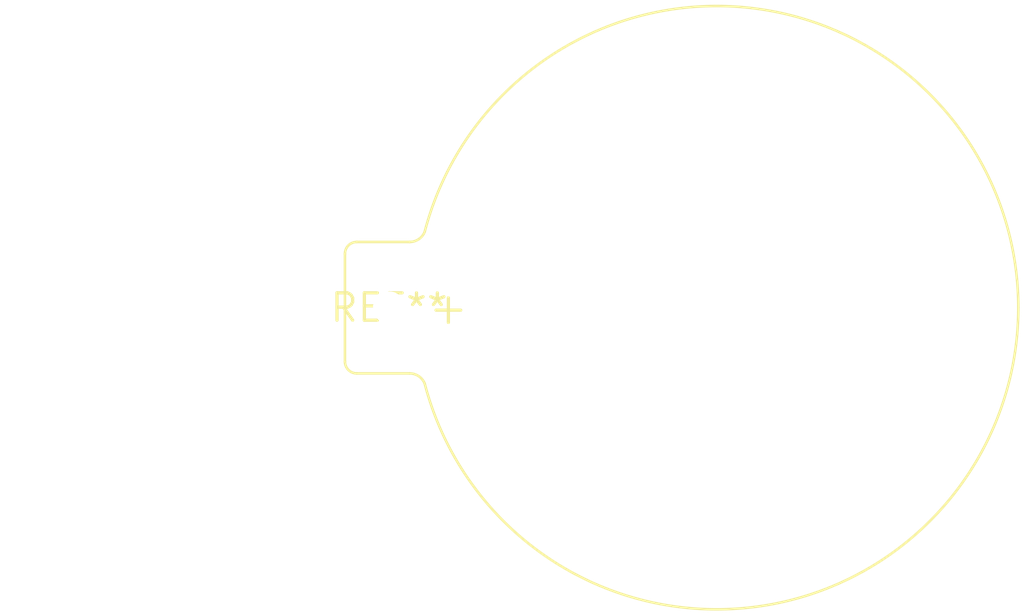
<source format=kicad_pcb>
(kicad_pcb (version 20240108) (generator pcbnew)
  (layers (0 "F.Cu" signal) (31 "B.Cu" signal) (34 "B.Paste" user) (35 "F.Paste" user) (36 "B.SilkS" user "B.Silkscreen") (37 "F.SilkS" user "F.Silkscreen") (38 "B.Mask" user) (39 "F.Mask" user) (44 "Edge.Cuts" user))
  (net 0 "")
  (footprint "BatteryHolder_Keystone_106_1x20mm" (layer "F.Cu") (at 0 0)
    (property "Reference" "REF**")
    (property "Value" "BatteryHolder_Keystone_106_1x20mm")
    (fp_line (start -2.05 -2.5) (end -2.05 2.5) (layer "F.SilkS") (stroke (width 0.12)))
    (fp_line (start -1.5 3.05) (end 0.95 3.05) (layer "F.SilkS") (stroke (width 0.12)))
    (fp_line (start 0.95 -3.05) (end -1.5 -3.05) (layer "F.SilkS") (stroke (width 0.12)))
    (fp_arc (start -2.05 -2.5) (mid -1.888909 -2.888909) (end -1.5 -3.05) (layer "F.SilkS") (stroke (width 0.12)))
    (fp_arc (start -1.5 3.05) (mid -1.888909 2.888909) (end -2.05 2.5) (layer "F.SilkS") (stroke (width 0.12)))
    (fp_arc (start 0.95 3.05) (mid 1.371574 3.1784) (end 1.65 3.52) (layer "F.SilkS") (stroke (width 0.12)))
    (fp_arc (start 1.65 -3.52) (mid 1.371575 -3.1784) (end 0.95 -3.05) (layer "F.SilkS") (stroke (width 0.12)))
    (fp_arc (start 1.65 -3.52) (mid 16.974433 -13.886953) (end 29.2 0) (layer "F.SilkS") (stroke (width 0.12)))
    (fp_arc (start 29.2 0) (mid 16.974433 13.886954) (end 1.65 3.52) (layer "F.SilkS") (stroke (width 0.12)))
    (fp_text user "+" (at 2.75 0 0) (layer "F.SilkS") (effects (font (size 1.5 1.5))))
    (pad "1" thru_hole rect (at 0 0) (size 3 3) (drill 1.5) (layers *.Cu *.Mask) (remove_unused_layers))
    (pad "2" thru_hole circle (at 20.49 0) (size 3 3) (drill 1.5) (layers *.Cu *.Mask) (remove_unused_layers))
  )
)
</source>
